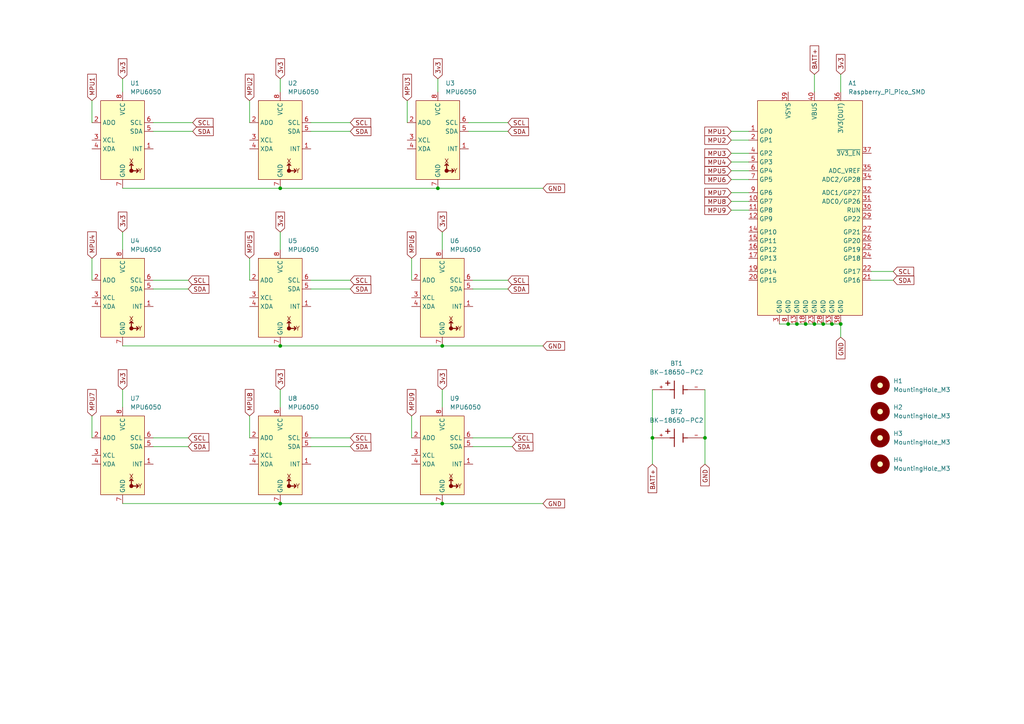
<source format=kicad_sch>
(kicad_sch (version 20231120) (generator "eeschema") (generator_version "8.0")
  (paper "A4")
  (lib_symbols
    (symbol "BK-18650-PC2:BK-18650-PC2" (pin_names (offset 1.016))
      (property "Reference" "BT" (at -3.81 3.81 0))
      (property "Value" "BK-18650-PC2" (at -3.81 -5.08 0))
      (symbol "BK-18650-PC2_0_0"
        (polyline (pts (xy -3.81 1.905) (xy -2.54 1.905)) (stroke (width 0.254)))
        (polyline (pts (xy -3.175 2.54) (xy -3.175 1.27)) (stroke (width 0.254)))
        (polyline (pts (xy -1.27 0) (xy -2.54 0)) (stroke (width 0.254)))
        (polyline (pts (xy -1.27 0) (xy -1.27 -2.54)) (stroke (width 0.254)))
        (polyline (pts (xy -1.27 2.54) (xy -1.27 0)) (stroke (width 0.254)))
        (polyline (pts (xy 1.27 0) (xy 1.27 -1.27)) (stroke (width 0.254)))
        (polyline (pts (xy 1.27 0) (xy 2.54 0)) (stroke (width 0.254)))
        (polyline (pts (xy 1.27 1.27) (xy 1.27 0)) (stroke (width 0.254)))
        (pin passive line (at -7.62 0 0) (length 5.08) (name "~") (number "+"))
        (pin passive line (at 7.62 0 180) (length 5.08) (name "~") (number "-"))
      )
    )
    (symbol "PCM_SL_Breakout_Boards:MPU6050"
      (property "Reference" "U" (at -6.35 13.97 0))
      (property "Value" "MPU6050" (at -7.62 11.43 0))
      (symbol "MPU6050_0_0"
        (circle (center 2.54 -10.16) (radius 0.508) (fill (type outline)))
        (text "X" (at 2.54 -7.366 0) (effects (font (size 1.27 1.27))))
        (text "Y" (at 5.08 -10.16 0) (effects (font (size 1.27 1.27))))
      )
      (symbol "MPU6050_0_1"
        (rectangle (start -6.35 10.16) (end 6.35 -12.7) (fill (type background)))
        (polyline (pts (xy 2.54 -8.128) (xy 2.032 -8.636)) (stroke (width 0.3)))
        (polyline (pts (xy 2.54 -8.128) (xy 3.048 -8.636)) (stroke (width 0.3)))
        (polyline (pts (xy 4.572 -10.16) (xy 4.064 -10.668)) (stroke (width 0.3)))
        (polyline (pts (xy 4.572 -10.16) (xy 4.064 -9.652)) (stroke (width 0.3)))
        (polyline (pts (xy 2.54 -8.128) (xy 2.54 -10.16) (xy 4.572 -10.16)) (stroke (width 0.3)))
      )
      (symbol "MPU6050_1_1"
        (pin bidirectional line (at 8.89 -3.81 180) (length 2.54) (name "INT") (number "1"))
        (pin bidirectional line (at -8.89 3.81 0) (length 2.54) (name "ADO") (number "2"))
        (pin bidirectional line (at -8.89 -1.27 0) (length 2.54) (name "XCL") (number "3"))
        (pin bidirectional line (at -8.89 -3.81 0) (length 2.54) (name "XDA") (number "4"))
        (pin bidirectional line (at 8.89 1.27 180) (length 2.54) (name "SDA") (number "5"))
        (pin bidirectional line (at 8.89 3.81 180) (length 2.54) (name "SCL") (number "6"))
        (pin power_in line (at 0 -15.24 90) (length 2.54) (name "GND") (number "7"))
        (pin power_in line (at 0 12.7 270) (length 2.54) (name "VCC") (number "8"))
      )
    )
    (symbol "PCM_SL_Development_Board:Raspberry_Pi_Pico_SMD"
      (property "Reference" "A" (at 12.7 34.29 0))
      (property "Value" "Raspberry_Pi_Pico_SMD" (at 21.59 31.75 0))
      (symbol "Raspberry_Pi_Pico_SMD_0_1"
        (rectangle (start -15.24 29.21) (end 15.24 -33.02) (fill (type background)))
      )
      (symbol "Raspberry_Pi_Pico_SMD_1_1"
        (pin bidirectional line (at -17.78 20.32 0) (length 2.54) (name "GP0") (number "1"))
        (pin bidirectional line (at -17.78 0 0) (length 2.54) (name "GP7") (number "10"))
        (pin bidirectional line (at -17.78 -2.54 0) (length 2.54) (name "GP8") (number "11"))
        (pin bidirectional line (at -17.78 -5.08 0) (length 2.54) (name "GP9") (number "12"))
        (pin power_in line (at -3.81 -35.56 90) (length 2.54) (name "GND") (number "13"))
        (pin bidirectional line (at -17.78 -8.89 0) (length 2.54) (name "GP10") (number "14"))
        (pin bidirectional line (at -17.78 -11.43 0) (length 2.54) (name "GP11") (number "15"))
        (pin bidirectional line (at -17.78 -13.97 0) (length 2.54) (name "GP12") (number "16"))
        (pin bidirectional line (at -17.78 -16.51 0) (length 2.54) (name "GP13") (number "17"))
        (pin power_in line (at -1.27 -35.56 90) (length 2.54) (name "GND") (number "18"))
        (pin bidirectional line (at -17.78 -20.32 0) (length 2.54) (name "GP14") (number "19"))
        (pin bidirectional line (at -17.78 17.78 0) (length 2.54) (name "GP1") (number "2"))
        (pin bidirectional line (at -17.78 -22.86 0) (length 2.54) (name "GP15") (number "20"))
        (pin bidirectional line (at 17.78 -22.86 180) (length 2.54) (name "GP16") (number "21"))
        (pin bidirectional line (at 17.78 -20.32 180) (length 2.54) (name "GP17") (number "22"))
        (pin power_in line (at 1.27 -35.56 90) (length 2.54) (name "GND") (number "23"))
        (pin bidirectional line (at 17.78 -16.51 180) (length 2.54) (name "GP18") (number "24"))
        (pin bidirectional line (at 17.78 -13.97 180) (length 2.54) (name "GP19") (number "25"))
        (pin bidirectional line (at 17.78 -11.43 180) (length 2.54) (name "GP20") (number "26"))
        (pin bidirectional line (at 17.78 -8.89 180) (length 2.54) (name "GP21") (number "27"))
        (pin power_in line (at 3.81 -35.56 90) (length 2.54) (name "GND") (number "28"))
        (pin bidirectional line (at 17.78 -5.08 180) (length 2.54) (name "GP22") (number "29"))
        (pin power_in line (at -8.89 -35.56 90) (length 2.54) (name "GND") (number "3"))
        (pin bidirectional line (at 17.78 -2.54 180) (length 2.54) (name "RUN") (number "30"))
        (pin bidirectional line (at 17.78 0 180) (length 2.54) (name "ADC0/GP26") (number "31"))
        (pin bidirectional line (at 17.78 2.54 180) (length 2.54) (name "ADC1/GP27") (number "32"))
        (pin power_in line (at 6.35 -35.56 90) (length 2.54) (name "GND") (number "33"))
        (pin bidirectional line (at 17.78 6.35 180) (length 2.54) (name "ADC2/GP28") (number "34"))
        (pin bidirectional line (at 17.78 8.89 180) (length 2.54) (name "ADC_VREF") (number "35"))
        (pin power_in line (at 8.89 31.75 270) (length 2.54) (name "3V3(OUT)") (number "36"))
        (pin bidirectional line (at 17.78 13.97 180) (length 2.54) (name "~{3V3_EN}") (number "37"))
        (pin power_in line (at 8.89 -35.56 90) (length 2.54) (name "GND") (number "38"))
        (pin power_in line (at -6.35 31.75 270) (length 2.54) (name "VSYS") (number "39"))
        (pin bidirectional line (at -17.78 13.97 0) (length 2.54) (name "GP2") (number "4"))
        (pin power_in line (at 1.27 31.75 270) (length 2.54) (name "VBUS") (number "40"))
        (pin bidirectional line (at -17.78 11.43 0) (length 2.54) (name "GP3") (number "5"))
        (pin bidirectional line (at -17.78 8.89 0) (length 2.54) (name "GP4") (number "6"))
        (pin bidirectional line (at -17.78 6.35 0) (length 2.54) (name "GP5") (number "7"))
        (pin power_in line (at -6.35 -35.56 90) (length 2.54) (name "GND") (number "8"))
        (pin bidirectional line (at -17.78 2.54 0) (length 2.54) (name "GP6") (number "9"))
      )
    )
    (symbol "PCM_SL_Mechanical:MountingHole_M3"
      (property "Reference" "H" (at 0 7.62 0))
      (property "Value" "MountingHole_M3" (at 0 5.08 0))
      (symbol "MountingHole_M3_0_1"
        (circle (center 0 0) (radius 1.27) (fill (type background)))
        (circle (center 0 0) (radius 1.7961) (stroke (width 2)))
      )
    )
  )
  (junction (at 127 54.61))
  (junction (at 231.14 93.98))
  (junction (at 204.47 127))
  (junction (at 236.22 93.98))
  (junction (at 81.28 146.05))
  (junction (at 128.27 100.33))
  (junction (at 228.6 93.98))
  (junction (at 189.23 127))
  (junction (at 238.76 93.98))
  (junction (at 243.84 93.98))
  (junction (at 233.68 93.98))
  (junction (at 81.28 100.33))
  (junction (at 241.3 93.98))
  (junction (at 81.28 54.61))
  (junction (at 128.27 146.05))
  (wire (pts (xy 26.67 120.65) (xy 26.67 127)))
  (wire (pts (xy 81.28 113.03) (xy 81.28 118.11)))
  (wire (pts (xy 231.14 93.98) (xy 233.68 93.98)))
  (wire (pts (xy 137.16 129.54) (xy 148.59 129.54)))
  (wire (pts (xy 72.39 120.65) (xy 72.39 127)))
  (wire (pts (xy 252.73 81.28) (xy 259.08 81.28)))
  (wire (pts (xy 90.17 38.1) (xy 101.6 38.1)))
  (wire (pts (xy 90.17 129.54) (xy 101.6 129.54)))
  (wire (pts (xy 189.23 113.03) (xy 189.23 127)))
  (wire (pts (xy 127 22.86) (xy 127 26.67)))
  (wire (pts (xy 81.28 100.33) (xy 128.27 100.33)))
  (wire (pts (xy 127 54.61) (xy 157.48 54.61)))
  (wire (pts (xy 236.22 21.59) (xy 236.22 26.67)))
  (wire (pts (xy 35.56 146.05) (xy 81.28 146.05)))
  (wire (pts (xy 44.45 35.56) (xy 55.88 35.56)))
  (wire (pts (xy 81.28 54.61) (xy 127 54.61)))
  (wire (pts (xy 226.06 93.98) (xy 228.6 93.98)))
  (wire (pts (xy 137.16 83.82) (xy 147.32 83.82)))
  (wire (pts (xy 81.28 67.31) (xy 81.28 72.39)))
  (wire (pts (xy 212.09 40.64) (xy 217.17 40.64)))
  (wire (pts (xy 26.67 74.93) (xy 26.67 81.28)))
  (wire (pts (xy 35.56 22.86) (xy 35.56 26.67)))
  (wire (pts (xy 137.16 81.28) (xy 147.32 81.28)))
  (wire (pts (xy 135.89 38.1) (xy 147.32 38.1)))
  (wire (pts (xy 128.27 67.31) (xy 128.27 72.39)))
  (wire (pts (xy 44.45 38.1) (xy 55.88 38.1)))
  (wire (pts (xy 72.39 29.21) (xy 72.39 35.56)))
  (wire (pts (xy 228.6 93.98) (xy 231.14 93.98)))
  (wire (pts (xy 81.28 22.86) (xy 81.28 26.67)))
  (wire (pts (xy 118.11 29.21) (xy 118.11 35.56)))
  (wire (pts (xy 212.09 55.88) (xy 217.17 55.88)))
  (wire (pts (xy 119.38 120.65) (xy 119.38 127)))
  (wire (pts (xy 212.09 44.45) (xy 217.17 44.45)))
  (wire (pts (xy 243.84 21.59) (xy 243.84 26.67)))
  (wire (pts (xy 238.76 93.98) (xy 241.3 93.98)))
  (wire (pts (xy 26.67 29.21) (xy 26.67 35.56)))
  (wire (pts (xy 128.27 100.33) (xy 157.48 100.33)))
  (wire (pts (xy 90.17 127) (xy 101.6 127)))
  (wire (pts (xy 90.17 81.28) (xy 101.6 81.28)))
  (wire (pts (xy 204.47 113.03) (xy 204.47 127)))
  (wire (pts (xy 212.09 46.99) (xy 217.17 46.99)))
  (wire (pts (xy 128.27 113.03) (xy 128.27 118.11)))
  (wire (pts (xy 212.09 49.53) (xy 217.17 49.53)))
  (wire (pts (xy 252.73 78.74) (xy 259.08 78.74)))
  (wire (pts (xy 233.68 93.98) (xy 236.22 93.98)))
  (wire (pts (xy 35.56 54.61) (xy 81.28 54.61)))
  (wire (pts (xy 72.39 74.93) (xy 72.39 81.28)))
  (wire (pts (xy 35.56 100.33) (xy 81.28 100.33)))
  (wire (pts (xy 189.23 127) (xy 189.23 134.62)))
  (wire (pts (xy 204.47 127) (xy 204.47 134.62)))
  (wire (pts (xy 212.09 58.42) (xy 217.17 58.42)))
  (wire (pts (xy 90.17 83.82) (xy 101.6 83.82)))
  (wire (pts (xy 44.45 127) (xy 54.61 127)))
  (wire (pts (xy 212.09 52.07) (xy 217.17 52.07)))
  (wire (pts (xy 119.38 74.93) (xy 119.38 81.28)))
  (wire (pts (xy 128.27 146.05) (xy 157.48 146.05)))
  (wire (pts (xy 44.45 83.82) (xy 54.61 83.82)))
  (wire (pts (xy 236.22 93.98) (xy 238.76 93.98)))
  (wire (pts (xy 212.09 60.96) (xy 217.17 60.96)))
  (wire (pts (xy 243.84 93.98) (xy 243.84 97.79)))
  (wire (pts (xy 135.89 35.56) (xy 147.32 35.56)))
  (wire (pts (xy 44.45 81.28) (xy 54.61 81.28)))
  (wire (pts (xy 35.56 113.03) (xy 35.56 118.11)))
  (wire (pts (xy 212.09 38.1) (xy 217.17 38.1)))
  (wire (pts (xy 137.16 127) (xy 148.59 127)))
  (wire (pts (xy 35.56 67.31) (xy 35.56 72.39)))
  (wire (pts (xy 90.17 35.56) (xy 101.6 35.56)))
  (wire (pts (xy 241.3 93.98) (xy 243.84 93.98)))
  (wire (pts (xy 44.45 129.54) (xy 54.61 129.54)))
  (wire (pts (xy 81.28 146.05) (xy 128.27 146.05)))
  (global_label "MPU8" (shape input) (at 212.09 58.42 180) (property "Intersheetrefs" "${INTERSHEET_REFS}" (effects (hide yes))))
  (global_label "MPU6" (shape input) (at 212.09 52.07 180) (property "Intersheetrefs" "${INTERSHEET_REFS}" (effects (hide yes))))
  (global_label "SCL" (shape input) (at 101.6 127 0) (property "Intersheetrefs" "${INTERSHEET_REFS}" (effects (hide yes))))
  (global_label "GND" (shape input) (at 204.47 134.62 270) (property "Intersheetrefs" "${INTERSHEET_REFS}" (effects (hide yes))))
  (global_label "3v3" (shape input) (at 127 22.86 90) (property "Intersheetrefs" "${INTERSHEET_REFS}" (effects (hide yes))))
  (global_label "SDA" (shape input) (at 55.88 38.1 0) (property "Intersheetrefs" "${INTERSHEET_REFS}" (effects (hide yes))))
  (global_label "MPU9" (shape input) (at 212.09 60.96 180) (property "Intersheetrefs" "${INTERSHEET_REFS}" (effects (hide yes))))
  (global_label "SDA" (shape input) (at 101.6 129.54 0) (property "Intersheetrefs" "${INTERSHEET_REFS}" (effects (hide yes))))
  (global_label "SDA" (shape input) (at 54.61 129.54 0) (property "Intersheetrefs" "${INTERSHEET_REFS}" (effects (hide yes))))
  (global_label "SCL" (shape input) (at 55.88 35.56 0) (property "Intersheetrefs" "${INTERSHEET_REFS}" (effects (hide yes))))
  (global_label "MPU5" (shape input) (at 212.09 49.53 180) (property "Intersheetrefs" "${INTERSHEET_REFS}" (effects (hide yes))))
  (global_label "GND" (shape input) (at 157.48 100.33 0) (property "Intersheetrefs" "${INTERSHEET_REFS}" (effects (hide yes))))
  (global_label "MPU3" (shape input) (at 212.09 44.45 180) (property "Intersheetrefs" "${INTERSHEET_REFS}" (effects (hide yes))))
  (global_label "SCL" (shape input) (at 101.6 81.28 0) (property "Intersheetrefs" "${INTERSHEET_REFS}" (effects (hide yes))))
  (global_label "SDA" (shape input) (at 148.59 129.54 0) (property "Intersheetrefs" "${INTERSHEET_REFS}" (effects (hide yes))))
  (global_label "MPU8" (shape input) (at 72.39 120.65 90) (property "Intersheetrefs" "${INTERSHEET_REFS}" (effects (hide yes))))
  (global_label "MPU2" (shape input) (at 212.09 40.64 180) (property "Intersheetrefs" "${INTERSHEET_REFS}" (effects (hide yes))))
  (global_label "3v3" (shape input) (at 128.27 113.03 90) (property "Intersheetrefs" "${INTERSHEET_REFS}" (effects (hide yes))))
  (global_label "SCL" (shape input) (at 259.08 78.74 0) (property "Intersheetrefs" "${INTERSHEET_REFS}" (effects (hide yes))))
  (global_label "GND" (shape input) (at 157.48 146.05 0) (property "Intersheetrefs" "${INTERSHEET_REFS}" (effects (hide yes))))
  (global_label "SDA" (shape input) (at 147.32 83.82 0) (property "Intersheetrefs" "${INTERSHEET_REFS}" (effects (hide yes))))
  (global_label "SDA" (shape input) (at 101.6 83.82 0) (property "Intersheetrefs" "${INTERSHEET_REFS}" (effects (hide yes))))
  (global_label "SDA" (shape input) (at 147.32 38.1 0) (property "Intersheetrefs" "${INTERSHEET_REFS}" (effects (hide yes))))
  (global_label "3v3" (shape input) (at 128.27 67.31 90) (property "Intersheetrefs" "${INTERSHEET_REFS}" (effects (hide yes))))
  (global_label "SCL" (shape input) (at 54.61 81.28 0) (property "Intersheetrefs" "${INTERSHEET_REFS}" (effects (hide yes))))
  (global_label "MPU4" (shape input) (at 26.67 74.93 90) (property "Intersheetrefs" "${INTERSHEET_REFS}" (effects (hide yes))))
  (global_label "MPU1" (shape input) (at 26.67 29.21 90) (property "Intersheetrefs" "${INTERSHEET_REFS}" (effects (hide yes))))
  (global_label "MPU9" (shape input) (at 119.38 120.65 90) (property "Intersheetrefs" "${INTERSHEET_REFS}" (effects (hide yes))))
  (global_label "3v3" (shape input) (at 81.28 22.86 90) (property "Intersheetrefs" "${INTERSHEET_REFS}" (effects (hide yes))))
  (global_label "MPU2" (shape input) (at 72.39 29.21 90) (property "Intersheetrefs" "${INTERSHEET_REFS}" (effects (hide yes))))
  (global_label "SCL" (shape input) (at 147.32 81.28 0) (property "Intersheetrefs" "${INTERSHEET_REFS}" (effects (hide yes))))
  (global_label "3v3" (shape input) (at 35.56 113.03 90) (property "Intersheetrefs" "${INTERSHEET_REFS}" (effects (hide yes))))
  (global_label "SCL" (shape input) (at 147.32 35.56 0) (property "Intersheetrefs" "${INTERSHEET_REFS}" (effects (hide yes))))
  (global_label "SCL" (shape input) (at 101.6 35.56 0) (property "Intersheetrefs" "${INTERSHEET_REFS}" (effects (hide yes))))
  (global_label "MPU1" (shape input) (at 212.09 38.1 180) (property "Intersheetrefs" "${INTERSHEET_REFS}" (effects (hide yes))))
  (global_label "3v3" (shape input) (at 35.56 67.31 90) (property "Intersheetrefs" "${INTERSHEET_REFS}" (effects (hide yes))))
  (global_label "SCL" (shape input) (at 54.61 127 0) (property "Intersheetrefs" "${INTERSHEET_REFS}" (effects (hide yes))))
  (global_label "GND" (shape input) (at 243.84 97.79 270) (property "Intersheetrefs" "${INTERSHEET_REFS}" (effects (hide yes))))
  (global_label "MPU7" (shape input) (at 26.67 120.65 90) (property "Intersheetrefs" "${INTERSHEET_REFS}" (effects (hide yes))))
  (global_label "GND" (shape input) (at 157.48 54.61 0) (property "Intersheetrefs" "${INTERSHEET_REFS}" (effects (hide yes))))
  (global_label "BATT+" (shape input) (at 236.22 21.59 90) (property "Intersheetrefs" "${INTERSHEET_REFS}" (effects (hide yes))))
  (global_label "3v3" (shape input) (at 243.84 21.59 90) (property "Intersheetrefs" "${INTERSHEET_REFS}" (effects (hide yes))))
  (global_label "SDA" (shape input) (at 54.61 83.82 0) (property "Intersheetrefs" "${INTERSHEET_REFS}" (effects (hide yes))))
  (global_label "SCL" (shape input) (at 148.59 127 0) (property "Intersheetrefs" "${INTERSHEET_REFS}" (effects (hide yes))))
  (global_label "SDA" (shape input) (at 101.6 38.1 0) (property "Intersheetrefs" "${INTERSHEET_REFS}" (effects (hide yes))))
  (global_label "MPU5" (shape input) (at 72.39 74.93 90) (property "Intersheetrefs" "${INTERSHEET_REFS}" (effects (hide yes))))
  (global_label "MPU3" (shape input) (at 118.11 29.21 90) (property "Intersheetrefs" "${INTERSHEET_REFS}" (effects (hide yes))))
  (global_label "MPU4" (shape input) (at 212.09 46.99 180) (property "Intersheetrefs" "${INTERSHEET_REFS}" (effects (hide yes))))
  (global_label "3v3" (shape input) (at 35.56 22.86 90) (property "Intersheetrefs" "${INTERSHEET_REFS}" (effects (hide yes))))
  (global_label "MPU7" (shape input) (at 212.09 55.88 180) (property "Intersheetrefs" "${INTERSHEET_REFS}" (effects (hide yes))))
  (global_label "3v3" (shape input) (at 81.28 113.03 90) (property "Intersheetrefs" "${INTERSHEET_REFS}" (effects (hide yes))))
  (global_label "3v3" (shape input) (at 81.28 67.31 90) (property "Intersheetrefs" "${INTERSHEET_REFS}" (effects (hide yes))))
  (global_label "SDA" (shape input) (at 259.08 81.28 0) (property "Intersheetrefs" "${INTERSHEET_REFS}" (effects (hide yes))))
  (global_label "BATT+" (shape input) (at 189.23 134.62 270) (property "Intersheetrefs" "${INTERSHEET_REFS}" (effects (hide yes))))
  (global_label "MPU6" (shape input) (at 119.38 74.93 90) (property "Intersheetrefs" "${INTERSHEET_REFS}" (effects (hide yes))))
  (symbol (lib_id "BK-18650-PC2:BK-18650-PC2") (at 196.85 113.03 0) (unit 1)
    (property "Reference" "BT1" (at 196.215 105.41 0))
    (property "Value" "BK-18650-PC2" (at 196.215 107.95 0))
    (property "Footprint" "BK-18650-PC2:BAT_BK-18650-PC2" (effects (hide yes)))
    (property "MF" "MPD (Memory Protection Devices)" (effects (hide yes)))
    (property "MAXIMUM_PACKAGE_HEIGHT" "21.41 mm" (effects (hide yes)))
    (property "Package" "None" (effects (hide yes)))
    (property "Price" "None" (effects (hide yes)))
    (property "Check_prices" "https://www.snapeda.com/parts/BK-18650-PC2/Memory+Protection+Devices/view-part/?ref=eda" (effects (hide yes)))
    (property "STANDARD" "Manufacturer Recommendations" (effects (hide yes)))
    (property "PARTREV" "F" (effects (hide yes)))
    (property "SnapEDA_Link" "https://www.snapeda.com/parts/BK-18650-PC2/Memory+Protection+Devices/view-part/?ref=snap" (effects (hide yes)))
    (property "MP" "BK-18650-PC2" (effects (hide yes)))
    (property "Description_1" "\nBattery Holder (Open) 18650 1 Cell PC Pin\n" (effects (hide yes)))
    (property "Availability" "In Stock" (effects (hide yes)))
    (property "MANUFACTURER" "MPD" (effects (hide yes)))
  )
  (symbol (lib_id "PCM_SL_Mechanical:MountingHole_M3") (at 255.27 119.38 0) (unit 1)
    (property "Reference" "H2" (at 259.08 118.1099 0) (effects (justify left)))
    (property "Value" "MountingHole_M3" (at 259.08 120.6499 0) (effects (justify left)))
    (property "Footprint" "MountingHole:MountingHole_3.2mm_M3" (effects (hide yes)))
    (property "Description" "3.2mm Diameter Mounting Hole (M3)" (effects (hide yes)))
  )
  (symbol (lib_id "PCM_SL_Breakout_Boards:MPU6050") (at 35.56 130.81 0) (unit 1)
    (property "Reference" "U7" (at 37.7541 115.57 0) (effects (justify left)))
    (property "Value" "MPU6050" (at 37.7541 118.11 0) (effects (justify left)))
    (property "Footprint" "PCM_SL_Breakout_Boards:MPU6050_Breakout" (effects (hide yes)))
    (property "Description" "MPU6050 Breakout Board, 6-Axis Motion Sensor, Gyroscope, Accelerometer" (effects (hide yes)))
  )
  (symbol (lib_id "PCM_SL_Mechanical:MountingHole_M3") (at 255.27 127 0) (unit 1)
    (property "Reference" "H3" (at 259.08 125.7299 0) (effects (justify left)))
    (property "Value" "MountingHole_M3" (at 259.08 128.2699 0) (effects (justify left)))
    (property "Footprint" "MountingHole:MountingHole_3.2mm_M3" (effects (hide yes)))
    (property "Description" "3.2mm Diameter Mounting Hole (M3)" (effects (hide yes)))
  )
  (symbol (lib_id "PCM_SL_Breakout_Boards:MPU6050") (at 35.56 85.09 0) (unit 1)
    (property "Reference" "U4" (at 37.7541 69.85 0) (effects (justify left)))
    (property "Value" "MPU6050" (at 37.7541 72.39 0) (effects (justify left)))
    (property "Footprint" "PCM_SL_Breakout_Boards:MPU6050_Breakout" (effects (hide yes)))
    (property "Description" "MPU6050 Breakout Board, 6-Axis Motion Sensor, Gyroscope, Accelerometer" (effects (hide yes)))
  )
  (symbol (lib_id "PCM_SL_Breakout_Boards:MPU6050") (at 81.28 39.37 0) (unit 1)
    (property "Reference" "U2" (at 83.4741 24.13 0) (effects (justify left)))
    (property "Value" "MPU6050" (at 83.4741 26.67 0) (effects (justify left)))
    (property "Footprint" "PCM_SL_Breakout_Boards:MPU6050_Breakout" (effects (hide yes)))
    (property "Description" "MPU6050 Breakout Board, 6-Axis Motion Sensor, Gyroscope, Accelerometer" (effects (hide yes)))
  )
  (symbol (lib_id "PCM_SL_Breakout_Boards:MPU6050") (at 127 39.37 0) (unit 1)
    (property "Reference" "U3" (at 129.1941 24.13 0) (effects (justify left)))
    (property "Value" "MPU6050" (at 129.1941 26.67 0) (effects (justify left)))
    (property "Footprint" "PCM_SL_Breakout_Boards:MPU6050_Breakout" (effects (hide yes)))
    (property "Description" "MPU6050 Breakout Board, 6-Axis Motion Sensor, Gyroscope, Accelerometer" (effects (hide yes)))
  )
  (symbol (lib_id "PCM_SL_Breakout_Boards:MPU6050") (at 128.27 85.09 0) (unit 1)
    (property "Reference" "U6" (at 130.4641 69.85 0) (effects (justify left)))
    (property "Value" "MPU6050" (at 130.4641 72.39 0) (effects (justify left)))
    (property "Footprint" "PCM_SL_Breakout_Boards:MPU6050_Breakout" (effects (hide yes)))
    (property "Description" "MPU6050 Breakout Board, 6-Axis Motion Sensor, Gyroscope, Accelerometer" (effects (hide yes)))
  )
  (symbol (lib_id "PCM_SL_Breakout_Boards:MPU6050") (at 81.28 85.09 0) (unit 1)
    (property "Reference" "U5" (at 83.4741 69.85 0) (effects (justify left)))
    (property "Value" "MPU6050" (at 83.4741 72.39 0) (effects (justify left)))
    (property "Footprint" "PCM_SL_Breakout_Boards:MPU6050_Breakout" (effects (hide yes)))
    (property "Description" "MPU6050 Breakout Board, 6-Axis Motion Sensor, Gyroscope, Accelerometer" (effects (hide yes)))
  )
  (symbol (lib_id "BK-18650-PC2:BK-18650-PC2") (at 196.85 127 0) (unit 1)
    (property "Reference" "BT2" (at 196.215 119.38 0))
    (property "Value" "BK-18650-PC2" (at 196.215 121.92 0))
    (property "Footprint" "BK-18650-PC2:BAT_BK-18650-PC2" (effects (hide yes)))
    (property "MF" "MPD (Memory Protection Devices)" (effects (hide yes)))
    (property "MAXIMUM_PACKAGE_HEIGHT" "21.41 mm" (effects (hide yes)))
    (property "Package" "None" (effects (hide yes)))
    (property "Price" "None" (effects (hide yes)))
    (property "Check_prices" "https://www.snapeda.com/parts/BK-18650-PC2/Memory+Protection+Devices/view-part/?ref=eda" (effects (hide yes)))
    (property "STANDARD" "Manufacturer Recommendations" (effects (hide yes)))
    (property "PARTREV" "F" (effects (hide yes)))
    (property "SnapEDA_Link" "https://www.snapeda.com/parts/BK-18650-PC2/Memory+Protection+Devices/view-part/?ref=snap" (effects (hide yes)))
    (property "MP" "BK-18650-PC2" (effects (hide yes)))
    (property "Description_1" "\nBattery Holder (Open) 18650 1 Cell PC Pin\n" (effects (hide yes)))
    (property "Availability" "In Stock" (effects (hide yes)))
    (property "MANUFACTURER" "MPD" (effects (hide yes)))
  )
  (symbol (lib_id "PCM_SL_Mechanical:MountingHole_M3") (at 255.27 111.76 0) (unit 1)
    (property "Reference" "H1" (at 259.08 110.4899 0) (effects (justify left)))
    (property "Value" "MountingHole_M3" (at 259.08 113.0299 0) (effects (justify left)))
    (property "Footprint" "MountingHole:MountingHole_3.2mm_M3" (effects (hide yes)))
    (property "Description" "3.2mm Diameter Mounting Hole (M3)" (effects (hide yes)))
  )
  (symbol (lib_id "PCM_SL_Breakout_Boards:MPU6050") (at 128.27 130.81 0) (unit 1)
    (property "Reference" "U9" (at 130.4641 115.57 0) (effects (justify left)))
    (property "Value" "MPU6050" (at 130.4641 118.11 0) (effects (justify left)))
    (property "Footprint" "PCM_SL_Breakout_Boards:MPU6050_Breakout" (effects (hide yes)))
    (property "Description" "MPU6050 Breakout Board, 6-Axis Motion Sensor, Gyroscope, Accelerometer" (effects (hide yes)))
  )
  (symbol (lib_id "PCM_SL_Mechanical:MountingHole_M3") (at 255.27 134.62 0) (unit 1)
    (property "Reference" "H4" (at 259.08 133.3499 0) (effects (justify left)))
    (property "Value" "MountingHole_M3" (at 259.08 135.8899 0) (effects (justify left)))
    (property "Footprint" "MountingHole:MountingHole_3.2mm_M3" (effects (hide yes)))
    (property "Description" "3.2mm Diameter Mounting Hole (M3)" (effects (hide yes)))
  )
  (symbol (lib_id "PCM_SL_Development_Board:Raspberry_Pi_Pico_SMD") (at 234.95 58.42 0) (unit 1)
    (property "Reference" "A1" (at 246.0341 24.13 0) (effects (justify left)))
    (property "Value" "Raspberry_Pi_Pico_SMD" (at 246.0341 26.67 0) (effects (justify left)))
    (property "Footprint" "PCM_SL_Development_Boards:raspberry_pi_pico_SMD" (effects (hide yes)))
    (property "Description" "Development Board with RP2040 MCU" (effects (hide yes)))
  )
  (symbol (lib_id "PCM_SL_Breakout_Boards:MPU6050") (at 35.56 39.37 0) (unit 1)
    (property "Reference" "U1" (at 37.7541 24.13 0) (effects (justify left)))
    (property "Value" "MPU6050" (at 37.7541 26.67 0) (effects (justify left)))
    (property "Footprint" "PCM_SL_Breakout_Boards:MPU6050_Breakout" (effects (hide yes)))
    (property "Description" "MPU6050 Breakout Board, 6-Axis Motion Sensor, Gyroscope, Accelerometer" (effects (hide yes)))
  )
  (symbol (lib_id "PCM_SL_Breakout_Boards:MPU6050") (at 81.28 130.81 0) (unit 1)
    (property "Reference" "U8" (at 83.4741 115.57 0) (effects (justify left)))
    (property "Value" "MPU6050" (at 83.4741 118.11 0) (effects (justify left)))
    (property "Footprint" "PCM_SL_Breakout_Boards:MPU6050_Breakout" (effects (hide yes)))
    (property "Description" "MPU6050 Breakout Board, 6-Axis Motion Sensor, Gyroscope, Accelerometer" (effects (hide yes)))
  )
)
</source>
